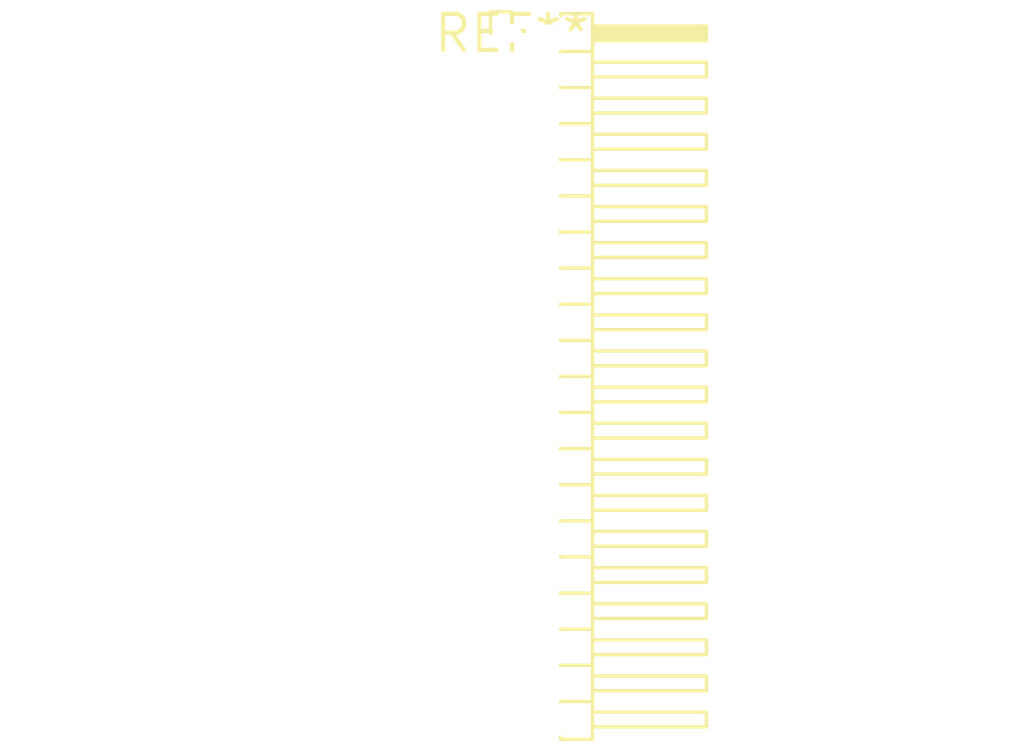
<source format=kicad_pcb>
(kicad_pcb (version 20240108) (generator pcbnew)
  (layers (0 "F.Cu" signal) (31 "B.Cu" signal) (34 "B.Paste" user) (35 "F.Paste" user) (36 "B.SilkS" user "B.Silkscreen") (37 "F.SilkS" user "F.Silkscreen") (38 "B.Mask" user) (39 "F.Mask" user) (44 "Edge.Cuts" user))
  (net 0 "")
  (footprint "PinHeader_2x20_P1.27mm_Horizontal" (layer "F.Cu") (at 0 0)
    (property "Reference" "REF**")
    (property "Value" "PinHeader_2x20_P1.27mm_Horizontal")
    (fp_line (start -0.76 -0.76) (end 0 -0.76) (layer "F.SilkS") (stroke (width 0.12)))
    (fp_line (start -0.76 0) (end -0.76 -0.76) (layer "F.SilkS") (stroke (width 0.12)))
    (fp_line (start 1.71 -0.695) (end 2.83 -0.695) (layer "F.SilkS") (stroke (width 0.12)))
    (fp_line (start 1.71 -0.619677) (end 1.71 -0.695) (layer "F.SilkS") (stroke (width 0.12)))
    (fp_line (start 1.71 0.619677) (end 1.71 0.650323) (layer "F.SilkS") (stroke (width 0.12)))
    (fp_line (start 1.71 0.635) (end 2.83 0.635) (layer "F.SilkS") (stroke (width 0.12)))
    (fp_line (start 1.71 1.889677) (end 1.71 1.920323) (layer "F.SilkS") (stroke (width 0.12)))
    (fp_line (start 1.71 1.905) (end 2.83 1.905) (layer "F.SilkS") (stroke (width 0.12)))
    (fp_line (start 1.71 3.159677) (end 1.71 3.190323) (layer "F.SilkS") (stroke (width 0.12)))
    (fp_line (start 1.71 3.175) (end 2.83 3.175) (layer "F.SilkS") (stroke (width 0.12)))
    (fp_line (start 1.71 4.429677) (end 1.71 4.460323) (layer "F.SilkS") (stroke (width 0.12)))
    (fp_line (start 1.71 4.445) (end 2.83 4.445) (layer "F.SilkS") (stroke (width 0.12)))
    (fp_line (start 1.71 5.699677) (end 1.71 5.730323) (layer "F.SilkS") (stroke (width 0.12)))
    (fp_line (start 1.71 5.715) (end 2.83 5.715) (layer "F.SilkS") (stroke (width 0.12)))
    (fp_line (start 1.71 6.969677) (end 1.71 7.000323) (layer "F.SilkS") (stroke (width 0.12)))
    (fp_line (start 1.71 6.985) (end 2.83 6.985) (layer "F.SilkS") (stroke (width 0.12)))
    (fp_line (start 1.71 8.239677) (end 1.71 8.270323) (layer "F.SilkS") (stroke (width 0.12)))
    (fp_line (start 1.71 8.255) (end 2.83 8.255) (layer "F.SilkS") (stroke (width 0.12)))
    (fp_line (start 1.71 9.509677) (end 1.71 9.540323) (layer "F.SilkS") (stroke (width 0.12)))
    (fp_line (start 1.71 9.525) (end 2.83 9.525) (layer "F.SilkS") (stroke (width 0.12)))
    (fp_line (start 1.71 10.779677) (end 1.71 10.810323) (layer "F.SilkS") (stroke (width 0.12)))
    (fp_line (start 1.71 10.795) (end 2.83 10.795) (layer "F.SilkS") (stroke (width 0.12)))
    (fp_line (start 1.71 12.049677) (end 1.71 12.080323) (layer "F.SilkS") (stroke (width 0.12)))
    (fp_line (start 1.71 12.065) (end 2.83 12.065) (layer "F.SilkS") (stroke (width 0.12)))
    (fp_line (start 1.71 13.319677) (end 1.71 13.350323) (layer "F.SilkS") (stroke (width 0.12)))
    (fp_line (start 1.71 13.335) (end 2.83 13.335) (layer "F.SilkS") (stroke (width 0.12)))
    (fp_line (start 1.71 14.589677) (end 1.71 14.620323) (layer "F.SilkS") (stroke (width 0.12)))
    (fp_line (start 1.71 14.605) (end 2.83 14.605) (layer "F.SilkS") (stroke (width 0.12)))
    (fp_line (start 1.71 15.859677) (end 1.71 15.890323) (layer "F.SilkS") (stroke (width 0.12)))
    (fp_line (start 1.71 15.875) (end 2.83 15.875) (layer "F.SilkS") (stroke (width 0.12)))
    (fp_line (start 1.71 17.129677) (end 1.71 17.160323) (layer "F.SilkS") (stroke (width 0.12)))
    (fp_line (start 1.71 17.145) (end 2.83 17.145) (layer "F.SilkS") (stroke (width 0.12)))
    (fp_line (start 1.71 18.399677) (end 1.71 18.430323) (layer "F.SilkS") (stroke (width 0.12)))
    (fp_line (start 1.71 18.415) (end 2.83 18.415) (layer "F.SilkS") (stroke (width 0.12)))
    (fp_line (start 1.71 19.669677) (end 1.71 19.700323) (layer "F.SilkS") (stroke (width 0.12)))
    (fp_line (start 1.71 19.685) (end 2.83 19.685) (layer "F.SilkS") (stroke (width 0.12)))
    (fp_line (start 1.71 20.939677) (end 1.71 20.970323) (layer "F.SilkS") (stroke (width 0.12)))
    (fp_line (start 1.71 20.955) (end 2.83 20.955) (layer "F.SilkS") (stroke (width 0.12)))
    (fp_line (start 1.71 22.209677) (end 1.71 22.240323) (layer "F.SilkS") (stroke (width 0.12)))
    (fp_line (start 1.71 22.225) (end 2.83 22.225) (layer "F.SilkS") (stroke (width 0.12)))
    (fp_line (start 1.71 23.479677) (end 1.71 23.510323) (layer "F.SilkS") (stroke (width 0.12)))
    (fp_line (start 1.71 23.495) (end 2.83 23.495) (layer "F.SilkS") (stroke (width 0.12)))
    (fp_line (start 1.71 24.825) (end 1.71 24.749677) (layer "F.SilkS") (stroke (width 0.12)))
    (fp_line (start 2.83 -0.695) (end 2.83 24.825) (layer "F.SilkS") (stroke (width 0.12)))
    (fp_line (start 2.83 -0.26) (end 6.83 -0.26) (layer "F.SilkS") (stroke (width 0.12)))
    (fp_line (start 2.83 -0.2) (end 6.83 -0.2) (layer "F.SilkS") (stroke (width 0.12)))
    (fp_line (start 2.83 -0.08) (end 6.83 -0.08) (layer "F.SilkS") (stroke (width 0.12)))
    (fp_line (start 2.83 0.04) (end 6.83 0.04) (layer "F.SilkS") (stroke (width 0.12)))
    (fp_line (start 2.83 0.16) (end 6.83 0.16) (layer "F.SilkS") (stroke (width 0.12)))
    (fp_line (start 2.83 1.01) (end 6.83 1.01) (layer "F.SilkS") (stroke (width 0.12)))
    (fp_line (start 2.83 2.28) (end 6.83 2.28) (layer "F.SilkS") (stroke (width 0.12)))
    (fp_line (start 2.83 3.55) (end 6.83 3.55) (layer "F.SilkS") (stroke (width 0.12)))
    (fp_line (start 2.83 4.82) (end 6.83 4.82) (layer "F.SilkS") (stroke (width 0.12)))
    (fp_line (start 2.83 6.09) (end 6.83 6.09) (layer "F.SilkS") (stroke (width 0.12)))
    (fp_line (start 2.83 7.36) (end 6.83 7.36) (layer "F.SilkS") (stroke (width 0.12)))
    (fp_line (start 2.83 8.63) (end 6.83 8.63) (layer "F.SilkS") (stroke (width 0.12)))
    (fp_line (start 2.83 9.9) (end 6.83 9.9) (layer "F.SilkS") (stroke (width 0.12)))
    (fp_line (start 2.83 11.17) (end 6.83 11.17) (layer "F.SilkS") (stroke (width 0.12)))
    (fp_line (start 2.83 12.44) (end 6.83 12.44) (layer "F.SilkS") (stroke (width 0.12)))
    (fp_line (start 2.83 13.71) (end 6.83 13.71) (layer "F.SilkS") (stroke (width 0.12)))
    (fp_line (start 2.83 14.98) (end 6.83 14.98) (layer "F.SilkS") (stroke (width 0.12)))
    (fp_line (start 2.83 16.25) (end 6.83 16.25) (layer "F.SilkS") (stroke (width 0.12)))
    (fp_line (start 2.83 17.52) (end 6.83 17.52) (layer "F.SilkS") (stroke (width 0.12)))
    (fp_line (start 2.83 18.79) (end 6.83 18.79) (layer "F.SilkS") (stroke (width 0.12)))
    (fp_line (start 2.83 20.06) (end 6.83 20.06) (layer "F.SilkS") (stroke (width 0.12)))
    (fp_line (start 2.83 21.33) (end 6.83 21.33) (layer "F.SilkS") (stroke (width 0.12)))
    (fp_line (start 2.83 22.6) (end 6.83 22.6) (layer "F.SilkS") (stroke (width 0.12)))
    (fp_line (start 2.83 23.87) (end 6.83 23.87) (layer "F.SilkS") (stroke (width 0.12)))
    (fp_line (start 2.83 24.825) (end 1.71 24.825) (layer "F.SilkS") (stroke (width 0.12)))
    (fp_line (start 6.83 -0.26) (end 6.83 0.26) (layer "F.SilkS") (stroke (width 0.12)))
    (fp_line (start 6.83 0.26) (end 2.83 0.26) (layer "F.SilkS") (stroke (width 0.12)))
    (fp_line (start 6.83 1.01) (end 6.83 1.53) (layer "F.SilkS") (stroke (width 0.12)))
    (fp_line (start 6.83 1.53) (end 2.83 1.53) (layer "F.SilkS") (stroke (width 0.12)))
    (fp_line (start 6.83 2.28) (end 6.83 2.8) (layer "F.SilkS") (stroke (width 0.12)))
    (fp_line (start 6.83 2.8) (end 2.83 2.8) (layer "F.SilkS") (stroke (width 0.12)))
    (fp_line (start 6.83 3.55) (end 6.83 4.07) (layer "F.SilkS") (stroke (width 0.12)))
    (fp_line (start 6.83 4.07) (end 2.83 4.07) (layer "F.SilkS") (stroke (width 0.12)))
    (fp_line (start 6.83 4.82) (end 6.83 5.34) (layer "F.SilkS") (stroke (width 0.12)))
    (fp_line (start 6.83 5.34) (end 2.83 5.34) (layer "F.SilkS") (stroke (width 0.12)))
    (fp_line (start 6.83 6.09) (end 6.83 6.61) (layer "F.SilkS") (stroke (width 0.12)))
    (fp_line (start 6.83 6.61) (end 2.83 6.61) (layer "F.SilkS") (stroke (width 0.12)))
    (fp_line (start 6.83 7.36) (end 6.83 7.88) (layer "F.SilkS") (stroke (width 0.12)))
    (fp_line (start 6.83 7.88) (end 2.83 7.88) (layer "F.SilkS") (stroke (width 0.12)))
    (fp_line (start 6.83 8.63) (end 6.83 9.15) (layer "F.SilkS") (stroke (width 0.12)))
    (fp_line (start 6.83 9.15) (end 2.83 9.15) (layer "F.SilkS") (stroke (width 0.12)))
    (fp_line (start 6.83 9.9) (end 6.83 10.42) (layer "F.SilkS") (stroke (width 0.12)))
    (fp_line (start 6.83 10.42) (end 2.83 10.42) (layer "F.SilkS") (stroke (width 0.12)))
    (fp_line (start 6.83 11.17) (end 6.83 11.69) (layer "F.SilkS") (stroke (width 0.12)))
    (fp_line (start 6.83 11.69) (end 2.83 11.69) (layer "F.SilkS") (stroke (width 0.12)))
    (fp_line (start 6.83 12.44) (end 6.83 12.96) (layer "F.SilkS") (stroke (width 0.12)))
    (fp_line (start 6.83 12.96) (end 2.83 12.96) (layer "F.SilkS") (stroke (width 0.12)))
    (fp_line (start 6.83 13.71) (end 6.83 14.23) (layer "F.SilkS") (stroke (width 0.12)))
    (fp_line (start 6.83 14.23) (end 2.83 14.23) (layer "F.SilkS") (stroke (width 0.12)))
    (fp_line (start 6.83 14.98) (end 6.83 15.5) (layer "F.SilkS") (stroke (width 0.12)))
    (fp_line (start 6.83 15.5) (end 2.83 15.5) (layer "F.SilkS") (stroke (width 0.12)))
    (fp_line (start 6.83 16.25) (end 6.83 16.77) (layer "F.SilkS") (stroke (width 0.12)))
    (fp_line (start 6.83 16.77) (end 2.83 16.77) (layer "F.SilkS") (stroke (width 0.12)))
    (fp_line (start 6.83 17.52) (end 6.83 18.04) (layer "F.SilkS") (stroke (width 0.12)))
    (fp_line (start 6.83 18.04) (end 2.83 18.04) (layer "F.SilkS") (stroke (width 0.12)))
    (fp_line (start 6.83 18.79) (end 6.83 19.31) (layer "F.SilkS") (stroke (width 0.12)))
    (fp_line (start 6.83 19.31) (end 2.83 19.31) (layer "F.SilkS") (stroke (width 0.12)))
    (fp_line (start 6.83 20.06) (end 6.83 20.58) (layer "F.SilkS") (stroke (width 0.12)))
    (fp_line (start 6.83 20.58) (end 2.83 20.58) (layer "F.SilkS") (stroke (width 0.12)))
    (fp_line (start 6.83 21.33) (end 6.83 21.85) (layer "F.SilkS") (stroke (width 0.12)))
    (fp_line (start 6.83 21.85) (end 2.83 21.85) (layer "F.SilkS") (stroke (width 0.12)))
    (fp_line (start 6.83 22.6) (end 6.83 23.12) (layer "F.SilkS") (stroke (width 0.12)))
    (fp_line (start 6.83 23.12) (end 2.83 23.12) (layer "F.SilkS") (stroke (width 0.12)))
    (fp_line (start 6.83 23.87) (end 6.83 24.39) (layer "F.SilkS") (stroke (width 0.12)))
    (fp_line (start 6.83 24.39) (end 2.83 24.39) (layer "F.SilkS") (stroke (width 0.12)))
    (pad "1" thru_hole rect (at 0 0) (size 1 1) (drill 0.65) (layers *.Cu *.Mask) (remove_unused_layers))
    (pad "2" thru_hole oval (at 1.27 0) (size 1 1) (drill 0.65) (layers *.Cu *.Mask) (remove_unused_layers))
    (pad "3" thru_hole oval (at 0 1.27) (size 1 1) (drill 0.65) (layers *.Cu *.Mask) (remove_unused_layers))
    (pad "4" thru_hole oval (at 1.27 1.27) (size 1 1) (drill 0.65) (layers *.Cu *.Mask) (remove_unused_layers))
    (pad "5" thru_hole oval (at 0 2.54) (size 1 1) (drill 0.65) (layers *.Cu *.Mask) (remove_unused_layers))
    (pad "6" thru_hole oval (at 1.27 2.54) (size 1 1) (drill 0.65) (layers *.Cu *.Mask) (remove_unused_layers))
    (pad "7" thru_hole oval (at 0 3.81) (size 1 1) (drill 0.65) (layers *.Cu *.Mask) (remove_unused_layers))
    (pad "8" thru_hole oval (at 1.27 3.81) (size 1 1) (drill 0.65) (layers *.Cu *.Mask) (remove_unused_layers))
    (pad "9" thru_hole oval (at 0 5.08) (size 1 1) (drill 0.65) (layers *.Cu *.Mask) (remove_unused_layers))
    (pad "10" thru_hole oval (at 1.27 5.08) (size 1 1) (drill 0.65) (layers *.Cu *.Mask) (remove_unused_layers))
    (pad "11" thru_hole oval (at 0 6.35) (size 1 1) (drill 0.65) (layers *.Cu *.Mask) (remove_unused_layers))
    (pad "12" thru_hole oval (at 1.27 6.35) (size 1 1) (drill 0.65) (layers *.Cu *.Mask) (remove_unused_layers))
    (pad "13" thru_hole oval (at 0 7.62) (size 1 1) (drill 0.65) (layers *.Cu *.Mask) (remove_unused_layers))
    (pad "14" thru_hole oval (at 1.27 7.62) (size 1 1) (drill 0.65) (layers *.Cu *.Mask) (remove_unused_layers))
    (pad "15" thru_hole oval (at 0 8.89) (size 1 1) (drill 0.65) (layers *.Cu *.Mask) (remove_unused_layers))
    (pad "16" thru_hole oval (at 1.27 8.89) (size 1 1) (drill 0.65) (layers *.Cu *.Mask) (remove_unused_layers))
    (pad "17" thru_hole oval (at 0 10.16) (size 1 1) (drill 0.65) (layers *.Cu *.Mask) (remove_unused_layers))
    (pad "18" thru_hole oval (at 1.27 10.16) (size 1 1) (drill 0.65) (layers *.Cu *.Mask) (remove_unused_layers))
    (pad "19" thru_hole oval (at 0 11.43) (size 1 1) (drill 0.65) (layers *.Cu *.Mask) (remove_unused_layers))
    (pad "20" thru_hole oval (at 1.27 11.43) (size 1 1) (drill 0.65) (layers *.Cu *.Mask) (remove_unused_layers))
    (pad "21" thru_hole oval (at 0 12.7) (size 1 1) (drill 0.65) (layers *.Cu *.Mask) (remove_unused_layers))
    (pad "22" thru_hole oval (at 1.27 12.7) (size 1 1) (drill 0.65) (layers *.Cu *.Mask) (remove_unused_layers))
    (pad "23" thru_hole oval (at 0 13.97) (size 1 1) (drill 0.65) (layers *.Cu *.Mask) (remove_unused_layers))
    (pad "24" thru_hole oval (at 1.27 13.97) (size 1 1) (drill 0.65) (layers *.Cu *.Mask) (remove_unused_layers))
    (pad "25" thru_hole oval (at 0 15.24) (size 1 1) (drill 0.65) (layers *.Cu *.Mask) (remove_unused_layers))
    (pad "26" thru_hole oval (at 1.27 15.24) (size 1 1) (drill 0.65) (layers *.Cu *.Mask) (remove_unused_layers))
    (pad "27" thru_hole oval (at 0 16.51) (size 1 1) (drill 0.65) (layers *.Cu *.Mask) (remove_unused_layers))
    (pad "28" thru_hole oval (at 1.27 16.51) (size 1 1) (drill 0.65) (layers *.Cu *.Mask) (remove_unused_layers))
    (pad "29" thru_hole oval (at 0 17.78) (size 1 1) (drill 0.65) (layers *.Cu *.Mask) (remove_unused_layers))
    (pad "30" thru_hole oval (at 1.27 17.78) (size 1 1) (drill 0.65) (layers *.Cu *.Mask) (remove_unused_layers))
    (pad "31" thru_hole oval (at 0 19.05) (size 1 1) (drill 0.65) (layers *.Cu *.Mask) (remove_unused_layers))
    (pad "32" thru_hole oval (at 1.27 19.05) (size 1 1) (drill 0.65) (layers *.Cu *.Mask) (remove_unused_layers))
    (pad "33" thru_hole oval (at 0 20.32) (size 1 1) (drill 0.65) (layers *.Cu *.Mask) (remove_unused_layers))
    (pad "34" thru_hole oval (at 1.27 20.32) (size 1 1) (drill 0.65) (layers *.Cu *.Mask) (remove_unused_layers))
    (pad "35" thru_hole oval (at 0 21.59) (size 1 1) (drill 0.65) (layers *.Cu *.Mask) (remove_unused_layers))
    (pad "36" thru_hole oval (at 1.27 21.59) (size 1 1) (drill 0.65) (layers *.Cu *.Mask) (remove_unused_layers))
    (pad "37" thru_hole oval (at 0 22.86) (size 1 1) (drill 0.65) (layers *.Cu *.Mask) (remove_unused_layers))
    (pad "38" thru_hole oval (at 1.27 22.86) (size 1 1) (drill 0.65) (layers *.Cu *.Mask) (remove_unused_layers))
    (pad "39" thru_hole oval (at 0 24.13) (size 1 1) (drill 0.65) (layers *.Cu *.Mask) (remove_unused_layers))
    (pad "40" thru_hole oval (at 1.27 24.13) (size 1 1) (drill 0.65) (layers *.Cu *.Mask) (remove_unused_layers))
  )
)
</source>
